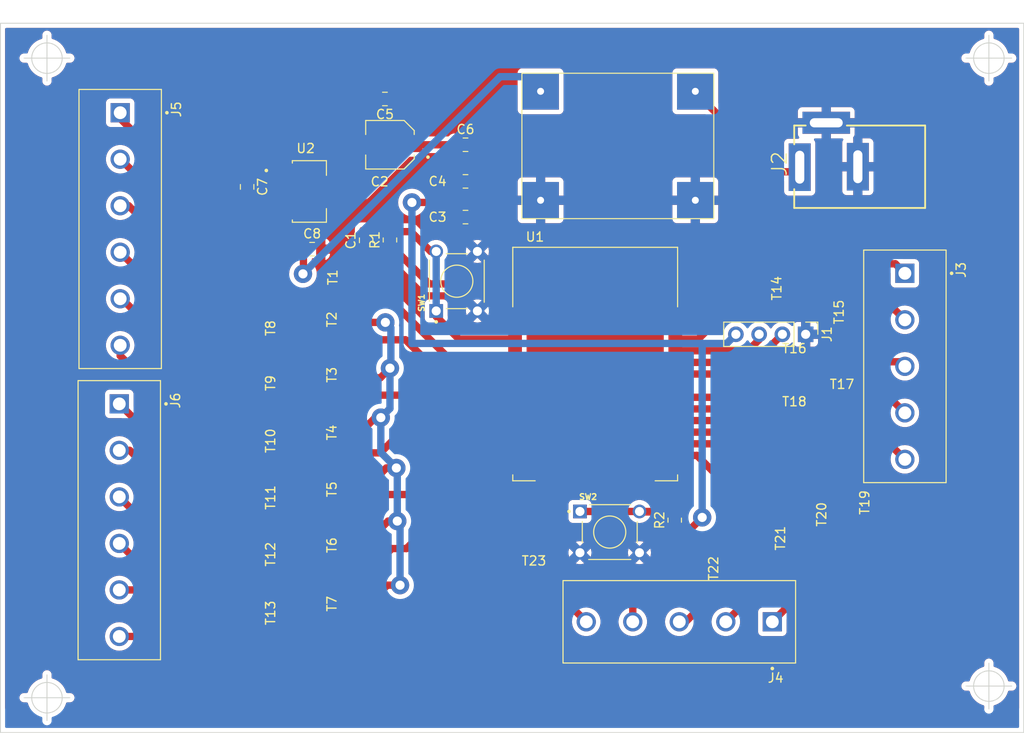
<source format=kicad_pcb>
(kicad_pcb (version 20211014) (generator pcbnew)
  (layers (0 "F.Cu" signal) (31 "B.Cu" signal) (34 "B.Paste" user) (35 "F.Paste" user) (36 "B.SilkS" user "B.Silkscreen") (37 "F.SilkS" user "F.Silkscreen") (38 "B.Mask" user) (39 "F.Mask" user) (44 "Edge.Cuts" user))
  (net 0 "")
  (net 1 "GND")
  (net 2 "r1")
  (net 3 "r2")
  (net 4 "r3")
  (net 5 "r4")
  (net 6 "r5")
  (net 7 "o1g")
  (net 8 "o1r")
  (net 9 "o2g")
  (net 10 "o2r")
  (net 11 "o3g")
  (net 12 "o3r")
  (net 13 "g1")
  (net 14 "g2")
  (net 15 "g3")
  (net 16 "g4")
  (net 17 "Net-(T1-Pad3)")
  (net 18 "Net-(T1-Pad1)")
  (net 19 "Net-(T2-Pad1)")
  (net 20 "Net-(T3-Pad1)")
  (net 21 "Net-(T10-Pad1)")
  (net 22 "Net-(T11-Pad1)")
  (net 23 "Net-(T12-Pad1)")
  (net 24 "Net-(T13-Pad1)")
  (net 25 "Net-(T14-Pad1)")
  (net 26 "Net-(T15-Pad1)")
  (net 27 "Net-(T16-Pad1)")
  (net 28 "Net-(T17-Pad1)")
  (net 29 "Net-(T18-Pad1)")
  (net 30 "Net-(T19-Pad1)")
  (net 31 "Net-(T20-Pad1)")
  (net 32 "Net-(T21-Pad1)")
  (net 33 "Net-(T22-Pad1)")
  (net 34 "Net-(T23-Pad1)")
  (net 48 "+3V3")
  (net 49 "Net-(J1-Pad2)")
  (net 50 "Net-(J1-Pad3)")
  (net 51 "unconnected-(C7-Pad2)")
  (net 52 "unconnected-(J2-Pad1)")
  (net 53 "o4g")
  (net 54 "o5g")
  (net 55 "o6g")
  (net 56 "o4r")
  (net 57 "o5r")
  (net 58 "o6r")
  (net 59 "g5")
  (net 60 "Net-(C1-Pad2)")
  (net 61 "Net-(R2-Pad2)")
  (footprint "libraries:CAP_EEE0JA101WR" (layer "F.Cu") (at 128.9 75.5 180)
    (fp_text reference "C2")
    (fp_text value "220u")
  )
  (footprint "libraries:SOT23" (layer "F.Cu") (at 171.8 100.3)
    (fp_text reference "T16")
    (fp_text value "r3")
  )
  (footprint "libraries:GCT_DCJ200-10-A-XX-X_REVA" (layer "F.Cu") (at 180.2 77.9 90)
    (fp_text reference "J2")
    (fp_text value "DCJ200-10-A-XX-X_REVA" hide)
  )
  (footprint "Resistor_SMD:R_0805_2012Metric" (layer "F.Cu") (at 128.9 85.9 90)
    (fp_text reference "R1")
    (fp_text value "10k")
  )
  (footprint "libraries:TE_282841-5" (layer "F.Cu") (at 160.5 127.6 180)
    (fp_text reference "J4")
    (fp_text value "Groen")
  )
  (footprint "libraries:TE_282841-5" (layer "F.Cu") (at 185.1375 99.7 -90)
    (fp_text reference "J3")
    (fp_text value "Rood")
  )
  (footprint "libraries:SOT23" (layer "F.Cu") (at 173.5 114.6 -90)
    (fp_text reference "T20")
    (fp_text value "g2")
  )
  (footprint "libraries:SOT23" (layer "F.Cu") (at 125.1 108.2 90)
    (fp_text reference "T4")
    (fp_text value "o3g")
  )
  (footprint "libraries:SOT23" (layer "F.Cu") (at 178.2 113.3 -90)
    (fp_text reference "T19")
    (fp_text value "g1")
  )
  (footprint "libraries:SW_1825910-6-4" (layer "F.Cu") (at 152.9 117.8)
    (fp_text reference "SW2")
    (fp_text value "BOOT")
  )
  (footprint "Capacitor_SMD:C_0805_2012Metric" (layer "F.Cu") (at 137.15 75.5)
    (fp_text reference "C6")
    (fp_text value "4.7u")
  )
  (footprint "libraries:SOT23" (layer "F.Cu") (at 169 117.2 -90)
    (fp_text reference "T21")
    (fp_text value "g3")
  )
  (footprint "libraries:SOT23" (layer "F.Cu") (at 118.4 109.1 90)
    (fp_text reference "T10")
    (fp_text value "o3r")
  )
  (footprint "libraries:SOT23" (layer "F.Cu") (at 168.6 89.9 -90)
    (fp_text reference "T14")
    (fp_text value "r1")
  )
  (footprint "libraries:SOT23" (layer "F.Cu") (at 125.1 95.85 90)
    (fp_text reference "T2")
    (fp_text value "o1g")
  )
  (footprint "libraries:SOT23" (layer "F.Cu") (at 118.4 96.8 90)
    (fp_text reference "T8")
    (fp_text value "o1r")
  )
  (footprint "libraries:SOT23" (layer "F.Cu") (at 125.2 91.25 90)
    (fp_text reference "T1")
    (fp_text value "signaal oranje")
  )
  (footprint "libraries:SOT23" (layer "F.Cu") (at 125.1 101.9 90)
    (fp_text reference "T3")
    (fp_text value "o2g")
  )
  (footprint "Capacitor_SMD:C_0805_2012Metric" (layer "F.Cu") (at 113.3 80.1 -90)
    (fp_text reference "C7")
    (fp_text value "0.1u")
  )
  (footprint "libraries:Buck Converter" (layer "F.Cu") (at 153.7 75.6)
    (fp_text reference "PS1" hide)
    (fp_text value "ITX0512SA" hide)
  )
  (footprint "libraries:XCVR_ESP32-WROOM-32E_(16MB)" (layer "F.Cu") (at 151.3125 99.45)
    (fp_text reference "U1")
    (fp_text value "ESP32-WROOM-32E_(16MB)")
  )
  (footprint "libraries:SOT23" (layer "F.Cu") (at 145.9 118.4 180)
    (fp_text reference "T23")
    (fp_text value "g5")
  )
  (footprint "Capacitor_SMD:C_0805_2012Metric" (layer "F.Cu") (at 137.15 83.4)
    (fp_text reference "C3")
    (fp_text value "22u")
  )
  (footprint "libraries:SOT23" (layer "F.Cu") (at 118.4 127.9 90)
    (fp_text reference "T13")
    (fp_text value "06r")
  )
  (footprint "Capacitor_SMD:C_0805_2012Metric" (layer "F.Cu") (at 126.3 85.9375 90)
    (fp_text reference "C1")
    (fp_text value "1u")
  )
  (footprint "Capacitor_SMD:C_0805_2012Metric" (layer "F.Cu") (at 137.15 79.5)
    (fp_text reference "C4")
    (fp_text value "0.1u")
  )
  (footprint "Connector_PinHeader_2.54mm:PinHeader_1x04_P2.54mm_Vertical" (layer "F.Cu") (at 174.3 96.2 -90)
    (fp_text reference "J1")
    (fp_text value "Conn_01x04_Female")
  )
  (footprint "libraries:SOT23" (layer "F.Cu") (at 125.1 114.4 90)
    (fp_text reference "T5")
    (fp_text value "o4g")
  )
  (footprint "libraries:SOT23" (layer "F.Cu") (at 175.4 92.5 -90)
    (fp_text reference "T15")
    (fp_text value "r2")
  )
  (footprint "libraries:SW_1825910-6-4" (layer "F.Cu") (at 136.2 90.4 90)
    (fp_text reference "SW1")
    (fp_text value "ENABLE")
  )
  (footprint "libraries:SOT23" (layer "F.Cu") (at 125.1 120.5 90)
    (fp_text reference "T6")
    (fp_text value "o5g")
  )
  (footprint "libraries:SOT23" (layer "F.Cu") (at 118.4 115.3 90)
    (fp_text reference "T11")
    (fp_text value "o4r")
  )
  (footprint "libraries:SOT23" (layer "F.Cu") (at 125.1 126.9 90)
    (fp_text reference "T7")
    (fp_text value "06g")
  )
  (footprint "Resistor_SMD:R_0805_2012Metric" (layer "F.Cu") (at 160 116.5 90)
    (fp_text reference "R2")
    (fp_text value "10k")
  )
  (footprint "libraries:SOT229P700X180-4N" (layer "F.Cu") (at 120.1 80.6)
    (fp_text reference "U2")
    (fp_text value "AMS1117")
  )
  (footprint "libraries:SOT23" (layer "F.Cu") (at 171.8 106.1)
    (fp_text reference "T18")
    (fp_text value "r5")
  )
  (footprint "libraries:TE_282841-6" (layer "F.Cu") (at 99.3375 116.5 -90)
    (fp_text reference "J6")
    (fp_text value "Oranje2")
  )
  (footprint "libraries:SOT23" (layer "F.Cu") (at 118.4 102.8 90)
    (fp_text reference "T9")
    (fp_text value "o2r")
  )
  (footprint "libraries:SOT23" (layer "F.Cu") (at 161.7 120.5 -90)
    (fp_text reference "T22")
    (fp_text value "g4")
  )
  (footprint "libraries:SOT23" (layer "F.Cu") (at 118.4 121.5 90)
    (fp_text reference "T12")
    (fp_text value "o5r")
  )
  (footprint "libraries:TE_282841-6" (layer "F.Cu") (at 99.4375 84.7 -90)
    (fp_text reference "J5")
    (fp_text value "Oranje1")
  )
  (footprint "Capacitor_SMD:C_0805_2012Metric" (layer "F.Cu") (at 120.4 86.9)
    (fp_text reference "C8")
    (fp_text value "4.7u")
  )
  (footprint "libraries:SOT23" (layer "F.Cu") (at 177 104.2)
    (fp_text reference "T17")
    (fp_text value "r4")
  )
  (footprint "Capacitor_SMD:C_0805_2012Metric" (layer "F.Cu") (at 128.35 70.5 180)
    (fp_text reference "C5")
    (fp_text value "0.1u")
  )
  (gr_rect (start 86.36 62.23) (end 198.12 139.7) (layer "Edge.Cuts") (width 0.1) (fill none))
  (target plus (at 91.44 135.89) (size 5) (width 0.1) (layer "Edge.Cuts"))
  (target plus (at 194.31 134.62) (size 5) (width 0.1) (layer "Edge.Cuts"))
  (target plus (at 91.44 66.04) (size 5) (width 0.1) (layer "Edge.Cuts"))
  (target plus (at 194.31 66.04) (size 5) (width 0.1) (layer "Edge.Cuts"))
  (segment (start 121.3625 86.8875) (end 121.35 86.9) (width 0.8) (layer "F.Cu") (net 1))
  (segment (start 174.3 93.45) (end 174.3 96.2) (width 0.8) (layer "F.Cu") (net 1))
  (segment (start 184.0975 88.5) (end 185.1375 89.54) (width 0.8) (layer "F.Cu") (net 2))
  (segment (start 171.1 88.5) (end 184.0975 88.5) (width 0.8) (layer "F.Cu") (net 2))
  (segment (start 169.7 89.9) (end 171.1 88.5) (width 0.8) (layer "F.Cu") (net 2))
  (segment (start 176.5 92.5) (end 177.5 93.5) (width 0.8) (layer "F.Cu") (net 3))
  (segment (start 184.0175 93.5) (end 185.1375 94.62) (width 0.8) (layer "F.Cu") (net 3))
  (segment (start 177.5 93.5) (end 184.0175 93.5) (width 0.8) (layer "F.Cu") (net 3))
  (segment (start 171.8 99.2) (end 184.6375 99.2) (width 0.8) (layer "F.Cu") (net 4))
  (segment (start 184.6375 99.2) (end 185.1375 99.7) (width 0.8) (layer "F.Cu") (net 4))
  (segment (start 183.4575 103.1) (end 185.1375 104.78) (width 0.8) (layer "F.Cu") (net 5))
  (segment (start 177 103.1) (end 183.4575 103.1) (width 0.8) (layer "F.Cu") (net 5))
  (segment (start 171.9 104.9) (end 172.8 104.9) (width 0.8) (layer "F.Cu") (net 6))
  (segment (start 183.1775 107.9) (end 185.1375 109.86) (width 0.8) (layer "F.Cu") (net 6))
  (segment (start 175.8 107.9) (end 183.1775 107.9) (width 0.8) (layer "F.Cu") (net 6))
  (segment (start 171.8 105) (end 171.9 104.9) (width 0.8) (layer "F.Cu") (net 6))
  (segment (start 172.8 104.9) (end 175.8 107.9) (width 0.8) (layer "F.Cu") (net 6))
  (segment (start 122.65 95.85) (end 99.4375 72.6375) (width 0.8) (layer "F.Cu") (net 7))
  (segment (start 124 95.85) (end 122.65 95.85) (width 0.8) (layer "F.Cu") (net 7))
  (segment (start 99.4375 72.6375) (end 99.4375 72) (width 0.8) (layer "F.Cu") (net 7))
  (segment (start 99.48 77.08) (end 99.4375 77.08) (width 0.8) (layer "F.Cu") (net 8))
  (segment (start 116.4 96.8) (end 111.6 92) (width 0.8) (layer "F.Cu") (net 8))
  (segment (start 111.6 92) (end 111.6 89.2) (width 0.8) (layer "F.Cu") (net 8))
  (segment (start 117.3 96.8) (end 116.4 96.8) (width 0.8) (layer "F.Cu") (net 8))
  (segment (start 111.6 89.2) (end 99.48 77.08) (width 0.8) (layer "F.Cu") (net 8))
  (segment (start 100.36 82.16) (end 99.4375 82.16) (width 0.8) (layer "F.Cu") (net 9))
  (segment (start 104.5 88.7) (end 104.5 86.3) (width 0.8) (layer "F.Cu") (net 9))
  (segment (start 104.5 86.3) (end 100.36 82.16) (width 0.8) (layer "F.Cu") (net 9))
  (segment (start 121.7 99.6) (end 115.4 99.6) (width 0.8) (layer "F.Cu") (net 9))
  (segment (start 115.4 99.6) (end 104.5 88.7) (width 0.8) (layer "F.Cu") (net 9))
  (segment (start 124 101.9) (end 121.7 99.6) (width 0.8) (layer "F.Cu") (net 9))
  (segment (start 107.1 94.9025) (end 99.4375 87.24) (width 0.8) (layer "F.Cu") (net 10))
  (segment (start 117.3 102.8) (end 117.1 103) (width 0.8) (layer "F.Cu") (net 10))
  (segment (start 117.3 102.8) (end 110.7 102.8) (width 0.8) (layer "F.Cu") (net 10))
  (segment (start 107.1 99.2) (end 107.1 94.9025) (width 0.8) (layer "F.Cu") (net 10))
  (segment (start 110.7 102.8) (end 107.1 99.2) (width 0.8) (layer "F.Cu") (net 10))
  (segment (start 103.6 96.3) (end 99.62 92.32) (width 0.8) (layer "F.Cu") (net 11))
  (segment (start 110 105.6) (end 103.6 99.2) (width 0.8) (layer "F.Cu") (net 11))
  (segment (start 103.6 99.2) (end 103.6 96.3) (width 0.8) (layer "F.Cu") (net 11))
  (segment (start 99.62 92.32) (end 99.4375 92.32) (width 0.8) (layer "F.Cu") (net 11))
  (segment (start 124 108.2) (end 121.4 105.6) (width 0.8) (layer "F.Cu") (net 11))
  (segment (start 121.4 105.6) (end 110 105.6) (width 0.8) (layer "F.Cu") (net 11))
  (segment (start 116.5 109.9) (end 110.8 109.9) (width 0.8) (layer "F.Cu") (net 12))
  (segment (start 99.6375 97.2) (end 99.4375 97.4) (width 0.8) (layer "F.Cu") (net 12))
  (segment (start 110.8 109.9) (end 99.4375 98.5375) (width 0.8) (layer "F.Cu") (net 12))
  (segment (start 117.3 109.1) (end 116.5 109.9) (width 0.8) (layer "F.Cu") (net 12))
  (segment (start 99.4375 98.5375) (end 99.4375 97.4) (width 0.8) (layer "F.Cu") (net 12))
  (segment (start 179.3 118.96) (end 170.66 127.6) (width 0.8) (layer "F.Cu") (net 13))
  (segment (start 179.3 113.3) (end 179.3 118.96) (width 0.8) (layer "F.Cu") (net 13))
  (segment (start 174.6 114.6) (end 174.6 118.58) (width 0.8) (layer "F.Cu") (net 14))
  (segment (start 174.6 118.58) (end 165.58 127.6) (width 0.8) (layer "F.Cu") (net 14))
  (segment (start 170.1 117.2) (end 170.1 118.7) (width 0.8) (layer "F.Cu") (net 15))
  (segment (start 161.2 127.6) (end 160.5 127.6) (width 0.8) (layer "F.Cu") (net 15))
  (segment (start 170.1 118.7) (end 161.2 127.6) (width 0.8) (layer "F.Cu") (net 15))
  (segment (start 162.8 122.5) (end 161.7 123.6) (width 0.8) (layer "F.Cu") (net 16))
  (segment (start 157.8 123.6) (end 155.42 125.98) (width 0.8) (layer "F.Cu") (net 16))
  (segment (start 161.7 123.6) (end 157.8 123.6) (width 0.8) (layer "F.Cu") (net 16))
  (segment (start 162.8 120.5) (end 162.8 122.5) (width 0.8) (layer "F.Cu") (net 16))
  (segment (start 155.42 125.98) (end 155.42 127.6) (width 0.8) (layer "F.Cu") (net 16))
  (segment (start 128.5 110.8) (end 129.6 110.8) (width 0.8) (layer "F.Cu") (net 17))
  (segment (start 124.1 92.8) (end 126.2 94.9) (width 0.8) (layer "F.Cu") (net 17))
  (segment (start 128.4 94.9) (end 126.2 94.9) (width 0.8) (layer "F.Cu") (net 17))
  (segment (start 126.2 113.45) (end 126.2 113.1) (width 0.8) (layer "F.Cu") (net 17))
  (segment (start 126.2 113.1) (end 128.5 110.8) (width 0.8) (layer "F.Cu") (net 17))
  (segment (start 124.1 91.25) (end 124.1 92.8) (width 0.8) (layer "F.Cu") (net 17))
  (segment (start 127.85 100.95) (end 128.9 99.9) (width 0.8) (layer "F.Cu") (net 17))
  (segment (start 126.2 119.1) (end 128.7 116.6) (width 0.8) (layer "F.Cu") (net 17))
  (segment (start 127.3 105.3) (end 126.2 106.4) (width 0.8) (layer "F.Cu") (net 17))
  (segment (start 127.9 105.3) (end 127.3 105.3) (width 0.8) (layer "F.Cu") (net 17))
  (segment (start 128.6 123.6) (end 130 123.6) (width 0.8) (layer "F.Cu") (net 17))
  (segment (start 126.2 119.55) (end 126.2 119.1) (width 0.8) (layer "F.Cu") (net 17))
  (segment (start 128.7 116.6) (end 129.7 116.6) (width 0.8) (layer "F.Cu") (net 17))
  (segment (start 126.25 125.95) (end 128.6 123.6) (width 0.8) (layer "F.Cu") (net 17))
  (segment (start 126.2 106.4) (end 126.2 107.25) (width 0.8) (layer "F.Cu") (net 17))
  (segment (start 126.2 100.95) (end 127.85 100.95) (width 0.8) (layer "F.Cu") (net 17))
  (segment (start 126.2 125.95) (end 126.25 125.95) (width 0.8) (layer "F.Cu") (net 17))
  (via (at 130 123.6) (size 2) (drill 1) (layers "F.Cu" "B.Cu") (net 17))
  (via (at 128.4 94.9) (size 2) (drill 1) (layers "F.Cu" "B.Cu") (net 17))
  (via (at 127.9 105.3) (size 2) (drill 1) (layers "F.Cu" "B.Cu") (net 17))
  (via (at 129.6 110.8) (size 2) (drill 1) (layers "F.Cu" "B.Cu") (net 17))
  (via (at 129.7 116.6) (size 2) (drill 1) (layers "F.Cu" "B.Cu") (net 17))
  (via (at 128.9 99.9) (size 2) (drill 1) (layers "F.Cu" "B.Cu") (net 17))
  (segment (start 129.7 110.9) (end 129.6 110.8) (width 0.8) (layer "B.Cu") (net 17))
  (segment (start 129 99.8) (end 128.9 99.9) (width 0.8) (layer "B.Cu") (net 17))
  (segment (start 128.4 94.9) (end 129 95.5) (width 0.8) (layer "B.Cu") (net 17))
  (segment (start 130 116.9) (end 129.7 116.6) (width 0.8) (layer "B.Cu") (net 17))
  (segment (start 129 95.5) (end 129 99.8) (width 0.8) (layer "B.Cu") (net 17))
  (segment (start 129.7 116.6) (end 129.7 110.9) (width 0.8) (layer "B.Cu") (net 17))
  (segment (start 128.9 99.9) (end 128.9 104.3) (width 0.8) (layer "B.Cu") (net 17))
  (segment (start 128.9 104.3) (end 127.9 105.3) (width 0.8) (layer "B.Cu") (net 17))
  (segment (start 127.9 109.1) (end 129.6 110.8) (width 0.8) (layer "B.Cu") (net 17))
  (segment (start 127.9 105.3) (end 127.9 109.1) (width 0.8) (layer "B.Cu") (net 17))
  (segment (start 130 123.6) (end 130 116.9) (width 0.8) (layer "B.Cu") (net 17))
  (segment (start 139.58 103.08) (end 142.5625 103.08) (width 0.8) (layer "F.Cu") (net 18))
  (segment (start 126.3 92.2) (end 128.7 92.2) (width 0.8) (layer "F.Cu") (net 18))
  (segment (start 128.7 92.2) (end 139.58 103.08) (width 0.8) (layer "F.Cu") (net 18))
  (segment (start 126.2 96.8) (end 130.6 96.8) (width 0.8) (layer "F.Cu") (net 19))
  (segment (start 119.5 97.75) (end 125.25 97.75) (width 0.8) (layer "F.Cu") (net 19))
  (segment (start 125.25 97.75) (end 126.2 96.8) (width 0.8) (layer "F.Cu") (net 19))
  (segment (start 130.6 96.8) (end 138.15 104.35) (width 0.8) (layer "F.Cu") (net 19))
  (segment (start 138.15 104.35) (end 142.5625 104.35) (width 0.8) (layer "F.Cu") (net 19))
  (segment (start 132.65 102.85) (end 135.42 105.62) (width 0.8) (layer "F.Cu") (net 20))
  (segment (start 125.3 103.75) (end 126.2 102.85) (width 0.8) (layer "F.Cu") (net 20))
  (segment (start 119.5 103.75) (end 125.3 103.75) (width 0.8) (layer "F.Cu") (net 20))
  (segment (start 126.2 102.85) (end 132.65 102.85) (width 0.8) (layer "F.Cu") (net 20))
  (segment (start 135.42 105.62) (end 142.5625 105.62) (width 0.8) (layer "F.Cu") (net 20))
  (segment (start 125.3 110.05) (end 119.5 110.05) (width 0.8) (layer "F.Cu") (net 21))
  (segment (start 130.11 106.89) (end 142.5625 106.89) (width 0.8) (layer "F.Cu") (net 21))
  (segment (start 127.85 109.15) (end 130.11 106.89) (width 0.8) (layer "F.Cu") (net 21))
  (segment (start 126.2 109.15) (end 125.3 110.05) (width 0.8) (layer "F.Cu") (net 21))
  (segment (start 126.2 109.15) (end 127.85 109.15) (width 0.8) (layer "F.Cu") (net 21))
  (segment (start 128.6 113.7) (end 131.2 113.7) (width 0.8) (layer "F.Cu") (net 22))
  (segment (start 136.74 108.16) (end 142.5625 108.16) (width 0.8) (layer "F.Cu") (net 22))
  (segment (start 125.3 116.25) (end 126.2 115.35) (width 0.8) (layer "F.Cu") (net 22))
  (segment (start 119.5 116.25) (end 125.3 116.25) (width 0.8) (layer "F.Cu") (net 22))
  (segment (start 131.2 113.7) (end 136.74 108.16) (width 0.8) (layer "F.Cu") (net 22))
  (segment (start 126.2 115.35) (end 126.95 115.35) (width 0.8) (layer "F.Cu") (net 22))
  (segment (start 126.95 115.35) (end 128.6 113.7) (width 0.8) (layer "F.Cu") (net 22))
  (segment (start 130.7 119.6) (end 140.87 109.43) (width 0.8) (layer "F.Cu") (net 23))
  (segment (start 127.25 121.45) (end 129.1 119.6) (width 0.8) (layer "F.Cu") (net 23))
  (segment (start 119.5 122.45) (end 125.2 122.45) (width 0.8) (layer "F.Cu") (net 23))
  (segment (start 129.1 119.6) (end 130.7 119.6) (width 0.8) (layer "F.Cu") (net 23))
  (segment (start 140.87 109.43) (end 142.5625 109.43) (width 0.8) (layer "F.Cu") (net 23))
  (segment (start 125.2 122.45) (end 126.2 121.45) (width 0.8) (layer "F.Cu") (net 23))
  (segment (start 126.2 121.45) (end 127.25 121.45) (width 0.8) (layer "F.Cu") (net 23))
  (segment (start 140 117.6) (end 140 113.2625) (width 0.8) (layer "F.Cu") (net 24))
  (segment (start 129.75 127.85) (end 140 117.6) (width 0.8) (layer "F.Cu") (net 24))
  (segment (start 119.5 128.85) (end 125.2 128.85) (width 0.8) (layer "F.Cu") (net 24))
  (segment (start 125.2 128.85) (end 126.2 127.85) (width 0.8) (layer "F.Cu") (net 24))
  (segment (start 126.2 127.85) (end 129.75 127.85) (width 0.8) (layer "F.Cu") (net 24))
  (segment (start 140 113.2625) (end 142.5625 110.7) (width 0.8) (layer "F.Cu") (net 24))
  (segment (start 163.8 92.851522) (end 163.8 89.5) (width 0.8) (layer "F.Cu") (net 25))
  (segment (start 160.0625 95.46) (end 161.191522 95.46) (width 0.8) (layer "F.Cu") (net 25))
  (segment (start 163.8 89.5) (end 164.35 88.95) (width 0.8) (layer "F.Cu") (net 25))
  (segment (start 161.191522 95.46) (end 163.8 92.851522) (width 0.8) (layer "F.Cu") (net 25))
  (segment (start 164.35 88.95) (end 167.5 88.95) (width 0.8) (layer "F.Cu") (net 25))
  (segment (start 165.6 93.7) (end 162.57 96.73) (width 0.8) (layer "F.Cu") (net 26))
  (segment (start 173.35 91.55) (end 171.2 93.7) (width 0.8) (layer "F.Cu") (net 26))
  (segment (start 174.3 91.55) (end 173.35 91.55) (width 0.8) (layer "F.Cu") (net 26))
  (segment (start 162.57 96.73) (end 160.0625 96.73) (width 0.8) (layer "F.Cu") (net 26))
  (segment (start 171.2 93.7) (end 165.6 93.7) (width 0.8) (layer "F.Cu") (net 26))
  (segment (start 169.99 100.54) (end 170.85 101.4) (width 0.8) (layer "F.Cu") (net 27))
  (segment (start 160.0625 100.54) (end 169.99 100.54) (width 0.8) (layer "F.Cu") (net 27))
  (segment (start 176.05 105.3) (end 174.25 103.5) (width 0.8) (layer "F.Cu") (net 28))
  (segment (start 174.25 103.5) (end 170.1 103.5) (width 0.8) (layer "F.Cu") (net 28))
  (segment (start 170.1 103.5) (end 169.68 103.08) (width 0.8) (layer "F.Cu") (net 28))
  (segment (start 169.68 103.08) (end 160.0625 103.08) (width 0.8) (layer "F.Cu") (net 28))
  (segment (start 169.8 107.2) (end 170.85 107.2) (width 0.8) (layer "F.Cu") (net 29))
  (segment (start 160.0625 104.35) (end 166.95 104.35) (width 0.8) (layer "F.Cu") (net 29))
  (segment (start 166.95 104.35) (end 169.8 107.2) (width 0.8) (layer "F.Cu") (net 29))
  (segment (start 172.4 109.5) (end 175.25 112.35) (width 0.8) (layer "F.Cu") (net 30))
  (segment (start 175.25 112.35) (end 177.1 112.35) (width 0.8) (layer "F.Cu") (net 30))
  (segment (start 160.0625 105.62) (end 165.82 105.62) (width 0.8) (layer "F.Cu") (net 30))
  (segment (start 169.7 109.5) (end 172.4 109.5) (width 0.8) (layer "F.Cu") (net 30))
  (segment (start 165.82 105.62) (end 169.7 109.5) (width 0.8) (layer "F.Cu") (net 30))
  (segment (start 160.0625 106.89) (end 164.99 106.89) (width 0.8) (layer "F.Cu") (net 31))
  (segment (start 164.99 106.89) (end 171.75 113.65) (width 0.8) (layer "F.Cu") (net 31))
  (segment (start 171.75 113.65) (end 172.4 113.65) (width 0.8) (layer "F.Cu") (net 31))
  (segment (start 164.06 108.16) (end 167.9 112) (width 0.8) (layer "F.Cu") (net 32))
  (segment (start 160.0625 108.16) (end 164.06 108.16) (width 0.8) (layer "F.Cu") (net 32))
  (segment (start 167.9 112) (end 167.9 116.25) (width 0.8) (layer "F.Cu") (net 32))
  (segment (start 161.25 118.9) (end 160.6 119.55) (width 0.8) (layer "F.Cu") (net 33))
  (segment (start 165.2 117.7) (end 164 118.9) (width 0.8) (layer "F.Cu") (net 33))
  (segment (start 164 118.9) (end 161.25 118.9) (width 0.8) (layer "F.Cu") (net 33))
  (segment (start 162.43 109.43) (end 165.2 112.2) (width 0.8) (layer "F.Cu") (net 33))
  (segment (start 160.0625 109.43) (end 162.43 109.43) (width 0.8) (layer "F.Cu") (net 33))
  (segment (start 165.2 112.2) (end 165.2 117.7) (width 0.8) (layer "F.Cu") (net 33))
  (segment (start 146.85 117.3) (end 146.85 111.9675) (width 0.8) (layer "F.Cu") (net 34))
  (segment (start 146.85 111.9675) (end 146.8675 111.95) (width 0.8) (layer "F.Cu") (net 34))
  (segment (start 140.5 95.3) (end 140.66 95.46) (width 0.8) (layer "F.Cu") (net 48))
  (segment (start 161.7875 117.4125) (end 163 116.2) (width 0.8) (layer "F.Cu") (net 48))
  (segment (start 136.2 81.8) (end 136.2 83.4) (width 0.8) (layer "F.Cu") (net 48))
  (segment (start 131 72.2) (end 131 75.45) (width 0.8) (layer "F.Cu") (net 48))
  (segment (start 160 117.4125) (end 161.7875 117.4125) (width 0.8) (layer "F.Cu") (net 48))
  (segment (start 131.3 81.8) (end 136.2 81.8) (width 0.8) (layer "F.Cu") (net 48))
  (segment (start 116.755 80.6) (end 123.445 80.6) (width 0.8) (layer "F.Cu") (net 48))
  (segment (start 136.2 83.4) (end 136.2 90.7) (width 0.8) (layer "F.Cu") (net 48))
  (segment (start 131.05 75.5) (end 136.2 75.5) (width 0.8) (layer "F.Cu") (net 48))
  (segment (start 129.3 70.5) (end 131 72.2) (width 0.8) (layer "F.Cu") (net 48))
  (segment (start 133.2 90.7) (end 136.2 90.7) (width 0.8) (layer "F.Cu") (net 48))
  (segment (start 136.2 79.5) (end 136.2 81.8) (width 0.8) (layer "F.Cu") (net 48))
  (segment (start 140.5 92.6) (end 140.5 95.3) (width 0.8) (layer "F.Cu") (net 48))
  (segment (start 138.6 90.7) (end 140.5 92.6) (width 0.8) (layer "F.Cu") (net 48))
  (segment (start 140.66 95.46) (end 142.5625 95.46) (width 0.8) (layer "F.Cu") (net 48))
  (segment (start 123.445 80.6) (end 125.95 80.6) (width 0.8) (layer "F.Cu") (net 48))
  (segment (start 136.2 75.5) (end 136.2 79.5) (width 0.8) (layer "F.Cu") (net 48))
  (segment (start 128.9 86.8125) (end 129.3125 86.8125) (width 0.8) (layer "F.Cu") (net 48))
  (segment (start 125.95 80.6) (end 131.05 75.5) (width 0.8) (layer "F.Cu") (net 48))
  (segment (start 131 75.45) (end 131.05 75.5) (width 0.8) (layer "F.Cu") (net 48))
  (segment (start 129.3125 86.8125) (end 133.2 90.7) (width 0.8) (layer "F.Cu") (net 48))
  (segment (start 136.2 90.7) (end 138.6 90.7) (width 0.8) (layer "F.Cu") (net 48))
  (via (at 131.3 81.8) (size 2) (drill 1) (layers "F.Cu" "B.Cu") (net 48))
  (via (at 163 116.2) (size 2) (drill 1) (layers "F.Cu" "B.Cu") (net 48))
  (segment (start 165.68 97.2) (end 166.68 96.2) (width 0.8) (layer "B.Cu") (net 48))
  (segment (start 131.3 81.8) (end 131.3 97.2) (width 0.8) (layer "B.Cu") (net 48))
  (segment (start 163 116.2) (end 163 97.2) (width 0.8) (layer "B.Cu") (net 48))
  (segment (start 163 97.2) (end 165.68 97.2) (width 0.8) (layer "B.Cu") (net 48))
  (segment (start 131.3 97.2) (end 163 97.2) (width 0.8) (layer "B.Cu") (net 48))
  (segment (start 171.76 96.2) (end 168.69 99.27) (width 0.8) (layer "F.Cu") (net 49))
  (segment (start 168.69 99.27) (end 160.0625 99.27) (width 0.8) (layer "F.Cu") (net 49))
  (segment (start 169.22 96.2) (end 169.22 96.78) (width 0.8) (layer "F.Cu") (net 50))
  (segment (start 168 98) (end 160.0625 98) (width 0.8) (layer "F.Cu") (net 50))
  (segment (start 169.22 96.78) (end 168 98) (width 0.8) (layer "F.Cu") (net 50))
  (segment (start 116.755 82.89) (end 115.14 82.89) (width 0.8) (layer "F.Cu") (net 51))
  (segment (start 115.14 82.89) (end 113.3 81.05) (width 0.8) (layer "F.Cu") (net 51))
  (segment (start 119.45 86.9) (end 119.45 89.55) (width 0.8) (layer "F.Cu") (net 51))
  (segment (start 116.755 82.89) (end 116.755 84.205) (width 0.8) (layer "F.Cu") (net 51))
  (segment (start 116.755 84.205) (end 119.45 86.9) (width 0.8) (layer "F.Cu") (net 51))
  (segment (start 119.45 89.55) (end 119.4 89.6) (width 0.8) (layer "F.Cu") (net 51))
  (via (at 119.4 89.6) (size 2) (drill 1) (layers "F.Cu" "B.Cu") (net 51))
  (segment (start 143.751 68.064) (end 145.351 69.664) (width 0.8) (layer "B.Cu") (net 51))
  (segment (start 140.936 68.064) (end 143.751 68.064) (width 0.8) (layer "B.Cu") (net 51))
  (segment (start 119.4 89.6) (end 140.936 68.064) (width 0.8) (layer "B.Cu") (net 51))
  (segment (start 170.95 78.45) (end 173.15 78.45) (width 0.8) (layer "F.Cu") (net 52))
  (segment (start 162.251 69.751) (end 170.95 78.45) (width 0.8) (layer "F.Cu") (net 52))
  (segment (start 173.15 78.45) (end 173.65 77.95) (width 0.8) (layer "F.Cu") (net 52))
  (segment (start 162.251 69.664) (end 162.251 69.751) (width 0.8) (layer "F.Cu") (net 52))
  (segment (start 107.6375 112.1) (end 99.3375 103.8) (width 0.8) (layer "F.Cu") (net 53))
  (segment (start 121.7 112.1) (end 107.6375 112.1) (width 0.8) (layer "F.Cu") (net 53))
  (segment (start 124 114.4) (end 121.7 112.1) (width 0.8) (layer "F.Cu") (net 53))
  (segment (start 121.7 118.2) (end 124 120.5) (width 0.8) (layer "F.Cu") (net 54))
  (segment (start 99.3375 113.96) (end 103.5775 118.2) (width 0.8) (layer "F.Cu") (net 54))
  (segment (start 103.5775 118.2) (end 121.7 118.2) (width 0.8) (layer "F.Cu") (net 54))
  (segment (start 121.18 124.12) (end 121.2 124.1) (width 0.8) (layer "F.Cu") (net 55))
  (segment (start 99.3375 124.12) (end 121.18 124.12) (width 0.8) (layer "F.Cu") (net 55))
  (segment (start 124 126.9) (end 121.2 124.1) (width 0.8) (layer "F.Cu") (net 55))
  (segment (start 100.48 108.88) (end 99.3375 108.88) (width 0.8) (layer "F.Cu") (net 56))
  (segment (start 116.4 116.2) (end 107.8 116.2) (width 0.8) (layer "F.Cu") (net 56))
  (segment (start 117.3 115.3) (end 116.4 116.2) (width 0.8) (layer "F.Cu") (net 56))
  (segment (start 107.8 116.2) (end 100.48 108.88) (width 0.8) (layer "F.Cu") (net 56))
  (segment (start 99.3375 119.04) (end 102.4975 122.2) (width 0.8) (layer "F.Cu") (net 57))
  (segment (start 102.4975 122.2) (end 116.6 122.2) (width 0.8) (layer "F.Cu") (net 57))
  (segment (start 117.3 121.5) (end 116.6 122.2) (width 0.8) (layer "F.Cu") (net 57))
  (segment (start 116 129.2) (end 99.3375 129.2) (width 0.8) (layer "F.Cu") (net 58))
  (segment (start 117.3 127.9) (end 116 129.2) (width 0.8) (layer "F.Cu") (net 58))
  (segment (start 145.94 123.2) (end 145.94 119.54) (width 0.8) (layer "F.Cu") (net 59))
  (segment (start 150.34 127.6) (end 145.94 123.2) (width 0.8) (layer "F.Cu") (net 59))
  (segment (start 145.94 119.54) (end 145.9 119.5) (width 0.8) (layer "F.Cu") (net 59))
  (segment (start 133.95 87.15) (end 133.35 87.15) (width 0.8) (layer "F.Cu") (net 60))
  (segment (start 136.43 96.73) (end 133.95 94.25) (width 0.8) (layer "F.Cu") (net 60))
  (segment (start 142.5625 96.73) (end 136.43 96.73) (width 0.8) (layer "F.Cu") (net 60))
  (segment (start 133.35 87.15) (end 131.1875 84.9875) (width 0.8) (layer "F.Cu") (net 60))
  (segment (start 131.1875 84.9875) (end 128.9 84.9875) (width 0.8) (layer "F.Cu") (net 60))
  (segment (start 133.95 94.25) (end 133.95 93.65) (width 0.8) (layer "F.Cu") (net 60))
  (segment (start 126.3 84.9875) (end 128.9 84.9875) (width 0.8) (layer "F.Cu") (net 60))
  (segment (start 133.95 87.15) (end 133.95 93.65) (width 0.8) (layer "B.Cu") (net 60))
  (segment (start 160.0375 115.55) (end 156.15 115.55) (width 0.8) (layer "F.Cu") (net 61))
  (segment (start 159.9875 115.6) (end 156.2 115.6) (width 0.8) (layer "F.Cu") (net 61))
  (segment (start 160.0625 115.525) (end 160.0375 115.55) (width 0.8) (layer "F.Cu") (net 61))
  (segment (start 149.65 115.55) (end 156.15 115.55) (width 0.8) (layer "F.Cu") (net 61))
  (segment (start 156.2 115.6) (end 156.15 115.55) (width 0.8) (layer "F.Cu") (net 61))
  (segment (start 160.0625 110.7) (end 160.0625 115.525) (width 0.8) (layer "F.Cu") (net 61))
  (segment (start 160 115.5875) (end 159.9875 115.6) (width 0.8) (layer "F.Cu") (net 61))
  (zone (net 1) (net_name "GND") (layer "F.Cu") (connect_pads (clearance 0.508)) (min_thickness 0.254) (fill yes (thermal_gap 0.508) (thermal_bridge_width 1))
    (polygon (pts (xy 198.12 137.16) (xy 86.36 137.16) (xy 86.36 59.69) (xy 198.12 59.69)))
    (polygon (pts (xy 141.27 85.45) (xy 141.27 93.31) (xy 161.29 93.31) (xy 161.29 85.45)))
  )
  (zone (net 1) (net_name "GND") (layer "B.Cu") (connect_pads (clearance 0.508)) (min_thickness 0.254) (fill yes (thermal_gap 0.508) (thermal_bridge_width 1))
    (polygon (pts (xy 198.12 139.7) (xy 86.36 139.7) (xy 86.36 62.23) (xy 198.12 62.23)))
  )
)
</source>
